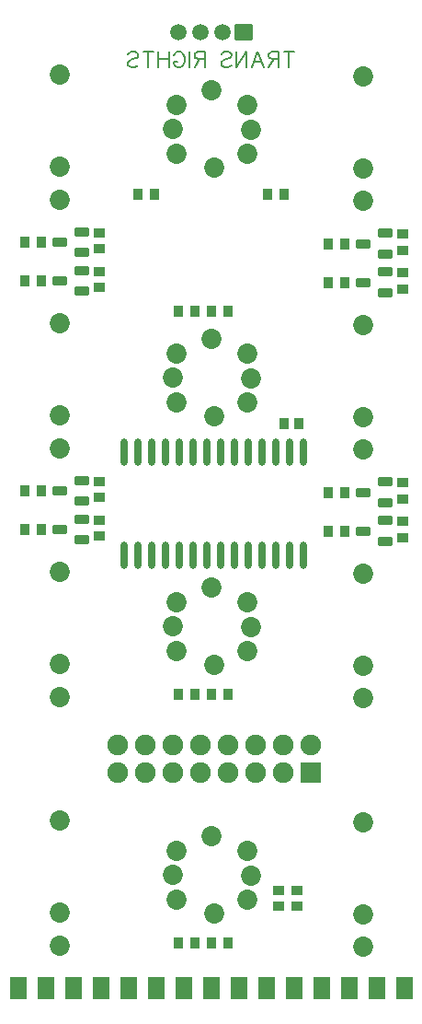
<source format=gbs>
G04 Layer: BottomSolderMaskLayer*
G04 EasyEDA v6.5.29, 2023-07-19 21:55:29*
G04 cd10bac7ed824a03a08366421e07836e,5a6b42c53f6a479593ecc07194224c93,10*
G04 Gerber Generator version 0.2*
G04 Scale: 100 percent, Rotated: No, Reflected: No *
G04 Dimensions in millimeters *
G04 leading zeros omitted , absolute positions ,4 integer and 5 decimal *
%FSLAX45Y45*%
%MOMM*%

%AMMACRO1*1,1,$1,$2,$3*1,1,$1,$4,$5*1,1,$1,0-$2,0-$3*1,1,$1,0-$4,0-$5*20,1,$1,$2,$3,$4,$5,0*20,1,$1,$4,$5,0-$2,0-$3,0*20,1,$1,0-$2,0-$3,0-$4,0-$5,0*20,1,$1,0-$4,0-$5,$2,$3,0*4,1,4,$2,$3,$4,$5,0-$2,0-$3,0-$4,0-$5,$2,$3,0*%
%ADD10C,0.2032*%
%ADD11MACRO1,0.1016X0.7X-1X-0.7X-1*%
%ADD12MACRO1,0.1016X-0.4X-0.45X0.4X-0.45*%
%ADD13O,0.6755891999999999X2.4896064*%
%ADD14MACRO1,0.1016X0.432X0.4032X-0.432X0.4032*%
%ADD15MACRO1,0.1016X0.432X-0.4032X-0.432X-0.4032*%
%ADD16MACRO1,0.1016X0.4032X-0.432X0.4032X0.432*%
%ADD17MACRO1,0.1016X-0.4032X-0.432X-0.4032X0.432*%
%ADD18MACRO1,0.1016X-0.432X-0.4032X0.432X-0.4032*%
%ADD19MACRO1,0.1016X-0.432X0.4032X0.432X0.4032*%
%ADD20MACRO1,0.1016X-0.625X-0.35X0.625X-0.35*%
%ADD21MACRO1,0.1016X0.9X0.9X-0.9X0.9*%
%ADD22C,1.9016*%
%ADD23C,1.8532*%
%ADD24C,1.5016*%
%ADD25MACRO1,0.1016X0.762X-0.7X-0.762X-0.7*%
%ADD26C,0.0153*%

%LPD*%
D10*
X2746273Y11124163D02*
G01*
X2746273Y10980981D01*
X2794000Y11124163D02*
G01*
X2698546Y11124163D01*
X2653545Y11124163D02*
G01*
X2653545Y10980981D01*
X2653545Y11124163D02*
G01*
X2592181Y11124163D01*
X2571727Y11117346D01*
X2564909Y11110526D01*
X2558092Y11096891D01*
X2558092Y11083254D01*
X2564909Y11069617D01*
X2571727Y11062799D01*
X2592181Y11055982D01*
X2653545Y11055982D01*
X2605819Y11055982D02*
G01*
X2558092Y10980981D01*
X2458547Y11124163D02*
G01*
X2513091Y10980981D01*
X2458547Y11124163D02*
G01*
X2404000Y10980981D01*
X2492636Y11028707D02*
G01*
X2424455Y11028707D01*
X2359002Y11124163D02*
G01*
X2359002Y10980981D01*
X2359002Y11124163D02*
G01*
X2263546Y10980981D01*
X2263546Y11124163D02*
G01*
X2263546Y10980981D01*
X2123092Y11103709D02*
G01*
X2136729Y11117346D01*
X2157183Y11124163D01*
X2184455Y11124163D01*
X2204910Y11117346D01*
X2218547Y11103709D01*
X2218547Y11090071D01*
X2211727Y11076437D01*
X2204910Y11069617D01*
X2191273Y11062799D01*
X2150363Y11049162D01*
X2136729Y11042345D01*
X2129909Y11035527D01*
X2123092Y11021890D01*
X2123092Y11001435D01*
X2136729Y10987798D01*
X2157183Y10980981D01*
X2184455Y10980981D01*
X2204910Y10987798D01*
X2218547Y11001435D01*
X1973092Y11124163D02*
G01*
X1973092Y10980981D01*
X1973092Y11124163D02*
G01*
X1911728Y11124163D01*
X1891273Y11117346D01*
X1884456Y11110526D01*
X1877639Y11096891D01*
X1877639Y11083254D01*
X1884456Y11069617D01*
X1891273Y11062799D01*
X1911728Y11055982D01*
X1973092Y11055982D01*
X1925365Y11055982D02*
G01*
X1877639Y10980981D01*
X1832637Y11124163D02*
G01*
X1832637Y10980981D01*
X1685366Y11090071D02*
G01*
X1692183Y11103709D01*
X1705820Y11117346D01*
X1719455Y11124163D01*
X1746730Y11124163D01*
X1760364Y11117346D01*
X1774002Y11103709D01*
X1780819Y11090071D01*
X1787639Y11069617D01*
X1787639Y11035527D01*
X1780819Y11015073D01*
X1774002Y11001435D01*
X1760364Y10987798D01*
X1746730Y10980981D01*
X1719455Y10980981D01*
X1705820Y10987798D01*
X1692183Y11001435D01*
X1685366Y11015073D01*
X1685366Y11035527D01*
X1719455Y11035527D02*
G01*
X1685366Y11035527D01*
X1640365Y11124163D02*
G01*
X1640365Y10980981D01*
X1544911Y11124163D02*
G01*
X1544911Y10980981D01*
X1640365Y11055982D02*
G01*
X1544911Y11055982D01*
X1452184Y11124163D02*
G01*
X1452184Y10980981D01*
X1499910Y11124163D02*
G01*
X1404457Y11124163D01*
X1264003Y11103709D02*
G01*
X1277640Y11117346D01*
X1298094Y11124163D01*
X1325366Y11124163D01*
X1345821Y11117346D01*
X1359456Y11103709D01*
X1359456Y11090071D01*
X1352638Y11076437D01*
X1345821Y11069617D01*
X1332184Y11062799D01*
X1291275Y11049162D01*
X1277640Y11042345D01*
X1270820Y11035527D01*
X1264003Y11021890D01*
X1264003Y11001435D01*
X1277640Y10987798D01*
X1298094Y10980981D01*
X1325366Y10980981D01*
X1345821Y10987798D01*
X1359456Y11001435D01*
D11*
G01*
X1524000Y2514600D03*
G01*
X1778000Y2514600D03*
G01*
X3810000Y2514600D03*
G01*
X3556000Y2514600D03*
G01*
X3302000Y2514600D03*
G01*
X3048000Y2514600D03*
G01*
X2794000Y2514600D03*
G01*
X254000Y2514600D03*
G01*
X508000Y2514600D03*
G01*
X762000Y2514600D03*
G01*
X1016000Y2514600D03*
G01*
X1270000Y2514600D03*
G01*
X2032000Y2514600D03*
G01*
X2286000Y2514600D03*
G01*
X2540000Y2514600D03*
D12*
G01*
X2838599Y7708900D03*
G01*
X2698600Y7708900D03*
D13*
G01*
X1231900Y7446695D03*
G01*
X1358900Y7446695D03*
G01*
X1485900Y7446695D03*
G01*
X1612900Y7446695D03*
G01*
X1739900Y7446695D03*
G01*
X1866900Y7446695D03*
G01*
X1993900Y7446695D03*
G01*
X2120900Y7446695D03*
G01*
X2247900Y7446695D03*
G01*
X2374900Y7446695D03*
G01*
X2501900Y7446695D03*
G01*
X2628900Y7446695D03*
G01*
X2755900Y7446695D03*
G01*
X2882900Y7446695D03*
G01*
X1231900Y6497904D03*
G01*
X1358900Y6497904D03*
G01*
X1485900Y6497904D03*
G01*
X1612900Y6497904D03*
G01*
X1739900Y6497904D03*
G01*
X1866900Y6497904D03*
G01*
X1993900Y6497904D03*
G01*
X2120900Y6497904D03*
G01*
X2247900Y6497904D03*
G01*
X2374900Y6497904D03*
G01*
X2501900Y6497904D03*
G01*
X2628900Y6497904D03*
G01*
X2755900Y6497904D03*
G01*
X2882900Y6497904D03*
D14*
G01*
X2654300Y3264775D03*
D15*
G01*
X2654300Y3415424D03*
D14*
G01*
X2819400Y3264775D03*
D15*
G01*
X2819400Y3415424D03*
D16*
G01*
X1359775Y9817100D03*
D17*
G01*
X1510424Y9817100D03*
D16*
G01*
X2553575Y9817100D03*
D17*
G01*
X2704224Y9817100D03*
D16*
G01*
X1728075Y8737600D03*
D17*
G01*
X1878724Y8737600D03*
D16*
G01*
X2032875Y8737600D03*
D17*
G01*
X2183524Y8737600D03*
D16*
G01*
X1728075Y5219700D03*
D17*
G01*
X1878724Y5219700D03*
D16*
G01*
X2032875Y5219700D03*
D17*
G01*
X2183524Y5219700D03*
D16*
G01*
X1728075Y2933700D03*
D17*
G01*
X1878724Y2933700D03*
D16*
G01*
X2032875Y2933700D03*
D17*
G01*
X2183524Y2933700D03*
D16*
G01*
X3112375Y9004300D03*
D17*
G01*
X3263024Y9004300D03*
D18*
G01*
X3797300Y9092324D03*
D19*
G01*
X3797300Y8941675D03*
D20*
G01*
X3630599Y9099296D03*
G01*
X3630599Y8909305D03*
G01*
X3430600Y9004301D03*
D16*
G01*
X3112375Y9359900D03*
D17*
G01*
X3263024Y9359900D03*
D18*
G01*
X3797300Y9447924D03*
D19*
G01*
X3797300Y9297275D03*
D20*
G01*
X3630599Y9454896D03*
G01*
X3630599Y9264905D03*
G01*
X3430600Y9359901D03*
G01*
X3630599Y7168896D03*
G01*
X3630599Y6978905D03*
G01*
X3430600Y7073901D03*
D18*
G01*
X3797300Y7161924D03*
D19*
G01*
X3797300Y7011275D03*
D16*
G01*
X3112375Y7073900D03*
D17*
G01*
X3263024Y7073900D03*
D20*
G01*
X3630599Y6813296D03*
G01*
X3630599Y6623305D03*
G01*
X3430600Y6718301D03*
D18*
G01*
X3797300Y6806324D03*
D19*
G01*
X3797300Y6655675D03*
D16*
G01*
X3112375Y6718300D03*
D17*
G01*
X3263024Y6718300D03*
D20*
G01*
X836599Y9467596D03*
G01*
X836599Y9277605D03*
G01*
X636600Y9372601D03*
D18*
G01*
X1003300Y9460624D03*
D19*
G01*
X1003300Y9309975D03*
D16*
G01*
X318375Y9372600D03*
D17*
G01*
X469024Y9372600D03*
D20*
G01*
X836599Y9111996D03*
G01*
X836599Y8922005D03*
G01*
X636600Y9017001D03*
D18*
G01*
X1003300Y9105024D03*
D19*
G01*
X1003300Y8954375D03*
D16*
G01*
X318375Y9017000D03*
D17*
G01*
X469024Y9017000D03*
D16*
G01*
X318375Y6731000D03*
D17*
G01*
X469024Y6731000D03*
D18*
G01*
X1003300Y6819024D03*
D19*
G01*
X1003300Y6668375D03*
D20*
G01*
X836599Y6825996D03*
G01*
X836599Y6636005D03*
G01*
X636600Y6731001D03*
D16*
G01*
X318375Y7086600D03*
D17*
G01*
X469024Y7086600D03*
D18*
G01*
X1003300Y7174624D03*
D19*
G01*
X1003300Y7023975D03*
D20*
G01*
X836599Y7181596D03*
G01*
X836599Y6991605D03*
G01*
X636600Y7086601D03*
D21*
G01*
X2946394Y4495789D03*
D22*
G01*
X2946400Y4749800D03*
G01*
X2692400Y4495800D03*
G01*
X2692400Y4749800D03*
G01*
X2438400Y4495800D03*
G01*
X2438400Y4749800D03*
G01*
X2184400Y4495800D03*
G01*
X2184400Y4749800D03*
G01*
X1930400Y4495800D03*
G01*
X1930400Y4749800D03*
G01*
X1676400Y4495800D03*
G01*
X1676400Y4749800D03*
G01*
X1422400Y4495800D03*
G01*
X1422400Y4749800D03*
G01*
X1168400Y4495800D03*
G01*
X1168400Y4749800D03*
D23*
G01*
X2362200Y10185374D03*
G01*
X1712188Y10185374D03*
G01*
X2362200Y10635386D03*
G01*
X1712188Y10635386D03*
G01*
X2037206Y10770362D03*
G01*
X2397201Y10410367D03*
G01*
X2057400Y10058374D03*
G01*
X1676400Y10413974D03*
G01*
X2362200Y7899374D03*
G01*
X1712188Y7899374D03*
G01*
X2362200Y8349386D03*
G01*
X1712188Y8349386D03*
G01*
X2037206Y8484362D03*
G01*
X2397201Y8124367D03*
G01*
X2057400Y7772374D03*
G01*
X1676400Y8127974D03*
G01*
X2362200Y5613400D03*
G01*
X1712188Y5613400D03*
G01*
X2362200Y6063411D03*
G01*
X1712188Y6063411D03*
G01*
X2037206Y6198387D03*
G01*
X2397201Y5838393D03*
G01*
X2057400Y5486400D03*
G01*
X1676400Y5842000D03*
G01*
X2362200Y3327400D03*
G01*
X1712188Y3327400D03*
G01*
X2362200Y3777411D03*
G01*
X1712188Y3777411D03*
G01*
X2037206Y3912387D03*
G01*
X2397201Y3552393D03*
G01*
X2057400Y3200400D03*
G01*
X1676400Y3556000D03*
G01*
X635000Y10913973D03*
G01*
X635000Y10063987D03*
G01*
X635000Y9763963D03*
G01*
X635000Y8627973D03*
G01*
X635000Y7777987D03*
G01*
X635000Y7477963D03*
G01*
X635000Y6341973D03*
G01*
X635000Y5491987D03*
G01*
X635000Y5191963D03*
G01*
X635000Y4055998D03*
G01*
X635000Y3206013D03*
G01*
X635000Y2905988D03*
G01*
X3429000Y10901273D03*
G01*
X3429000Y10051287D03*
G01*
X3429000Y9751263D03*
G01*
X3429000Y8615273D03*
G01*
X3429000Y7765287D03*
G01*
X3429000Y7465263D03*
G01*
X3429000Y6329273D03*
G01*
X3429000Y5479287D03*
G01*
X3429000Y5179263D03*
G01*
X3429000Y4043298D03*
G01*
X3429000Y3193313D03*
G01*
X3429000Y2893288D03*
D24*
G01*
X1732000Y11302974D03*
G01*
X1932000Y11302974D03*
G01*
X2131999Y11302974D03*
D25*
G01*
X2331994Y11302977D03*
M02*

</source>
